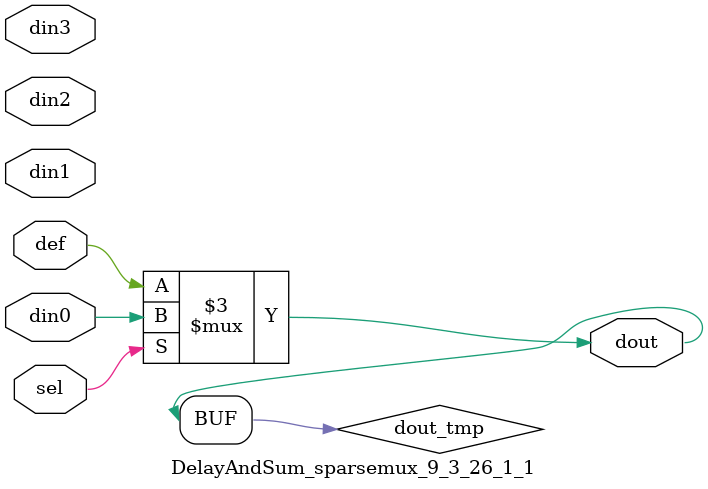
<source format=v>
`timescale 1ns / 1ps

module DelayAndSum_sparsemux_9_3_26_1_1 (din0,din1,din2,din3,def,sel,dout);

parameter din0_WIDTH = 1;

parameter din1_WIDTH = 1;

parameter din2_WIDTH = 1;

parameter din3_WIDTH = 1;

parameter def_WIDTH = 1;
parameter sel_WIDTH = 1;
parameter dout_WIDTH = 1;

parameter [sel_WIDTH-1:0] CASE0 = 1;

parameter [sel_WIDTH-1:0] CASE1 = 1;

parameter [sel_WIDTH-1:0] CASE2 = 1;

parameter [sel_WIDTH-1:0] CASE3 = 1;

parameter ID = 1;
parameter NUM_STAGE = 1;



input [din0_WIDTH-1:0] din0;

input [din1_WIDTH-1:0] din1;

input [din2_WIDTH-1:0] din2;

input [din3_WIDTH-1:0] din3;

input [def_WIDTH-1:0] def;
input [sel_WIDTH-1:0] sel;

output [dout_WIDTH-1:0] dout;



reg [dout_WIDTH-1:0] dout_tmp;


always @ (*) begin
(* parallel_case *) case (sel)
    
    CASE0 : dout_tmp = din0;
    
    CASE1 : dout_tmp = din1;
    
    CASE2 : dout_tmp = din2;
    
    CASE3 : dout_tmp = din3;
    
    default : dout_tmp = def;
endcase
end


assign dout = dout_tmp;



endmodule

</source>
